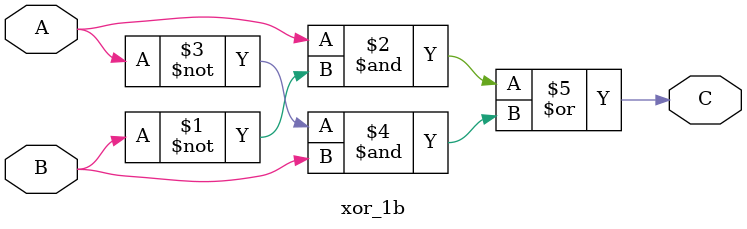
<source format=v>

module xor_1b(
    input wire A,
    input wire B,
    output wire C
);

    // XOR function expanded into primitive gates
    // We intentionally expand XOR to ensure structural reuse hierarchy
    assign C = (A & ~B) | (~A & B);

endmodule

</source>
